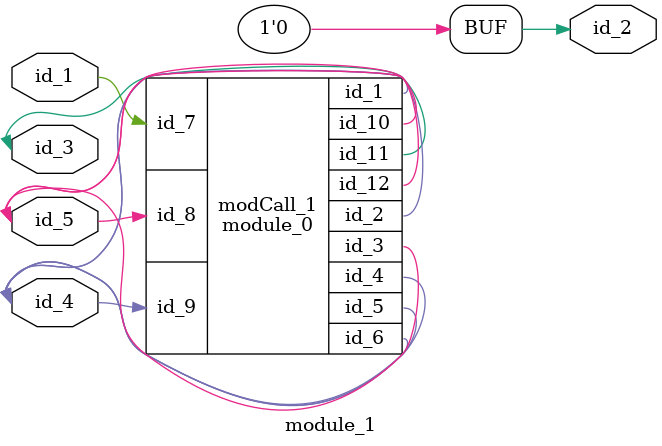
<source format=v>
module module_0 (
    id_1,
    id_2,
    id_3,
    id_4,
    id_5,
    id_6,
    id_7,
    id_8,
    id_9,
    id_10,
    id_11,
    id_12
);
  inout wire id_12;
  output wire id_11;
  inout wire id_10;
  input wire id_9;
  input wire id_8;
  input wire id_7;
  inout wire id_6;
  output wire id_5;
  output wire id_4;
  inout wire id_3;
  inout wire id_2;
  output wire id_1;
  integer id_13 = 1;
endmodule
module module_1 (
    id_1,
    id_2,
    id_3,
    id_4,
    id_5
);
  inout wire id_5;
  inout wire id_4;
  inout wire id_3;
  output wire id_2;
  inout wire id_1;
  assign id_2 = 1'b0;
  module_0 modCall_1 (
      id_4,
      id_4,
      id_5,
      id_4,
      id_4,
      id_4,
      id_1,
      id_5,
      id_4,
      id_5,
      id_3,
      id_5
  );
endmodule

</source>
